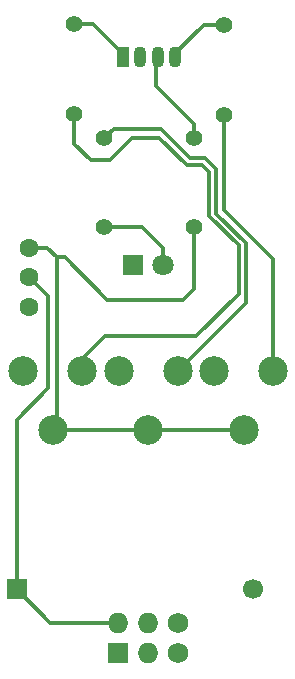
<source format=gtl>
G04 #@! TF.GenerationSoftware,KiCad,Pcbnew,(5.1.9)-1*
G04 #@! TF.CreationDate,2022-07-07T07:21:18-05:00*
G04 #@! TF.ProjectId,hom3c0ming_boutonniere,686f6d33-6330-46d6-996e-675f626f7574,3*
G04 #@! TF.SameCoordinates,Original*
G04 #@! TF.FileFunction,Copper,L1,Top*
G04 #@! TF.FilePolarity,Positive*
%FSLAX46Y46*%
G04 Gerber Fmt 4.6, Leading zero omitted, Abs format (unit mm)*
G04 Created by KiCad (PCBNEW (5.1.9)-1) date 2022-07-07 07:21:18*
%MOMM*%
%LPD*%
G01*
G04 APERTURE LIST*
G04 #@! TA.AperFunction,ComponentPad*
%ADD10R,1.070000X1.800000*%
G04 #@! TD*
G04 #@! TA.AperFunction,ComponentPad*
%ADD11O,1.070000X1.800000*%
G04 #@! TD*
G04 #@! TA.AperFunction,ComponentPad*
%ADD12R,1.700000X1.700000*%
G04 #@! TD*
G04 #@! TA.AperFunction,ComponentPad*
%ADD13C,1.700000*%
G04 #@! TD*
G04 #@! TA.AperFunction,ComponentPad*
%ADD14R,1.800000X1.800000*%
G04 #@! TD*
G04 #@! TA.AperFunction,ComponentPad*
%ADD15C,1.800000*%
G04 #@! TD*
G04 #@! TA.AperFunction,ComponentPad*
%ADD16C,2.500000*%
G04 #@! TD*
G04 #@! TA.AperFunction,ComponentPad*
%ADD17C,1.400000*%
G04 #@! TD*
G04 #@! TA.AperFunction,ComponentPad*
%ADD18C,1.600000*%
G04 #@! TD*
G04 #@! TA.AperFunction,ComponentPad*
%ADD19C,1.727200*%
G04 #@! TD*
G04 #@! TA.AperFunction,ComponentPad*
%ADD20O,1.727200X1.727200*%
G04 #@! TD*
G04 #@! TA.AperFunction,ComponentPad*
%ADD21R,1.727200X1.727200*%
G04 #@! TD*
G04 #@! TA.AperFunction,Conductor*
%ADD22C,0.300000*%
G04 #@! TD*
G04 APERTURE END LIST*
D10*
X121000240Y-57950100D03*
D11*
X122470240Y-57950100D03*
X123940240Y-57950100D03*
X125410240Y-57950100D03*
D12*
X112049260Y-103000000D03*
D13*
X132049260Y-103000000D03*
D14*
X121894600Y-75542140D03*
D15*
X124434600Y-75542140D03*
D16*
X115084220Y-89540000D03*
X112584220Y-84500000D03*
X117584220Y-84500000D03*
X131225920Y-89540000D03*
X128725920Y-84500000D03*
X133725920Y-84500000D03*
X123158880Y-89540000D03*
X120658880Y-84500000D03*
X125658880Y-84500000D03*
D17*
X116883180Y-55153560D03*
X116883180Y-62773560D03*
X129590800Y-62831980D03*
X129590800Y-55211980D03*
X127043180Y-64836040D03*
X119423180Y-64836040D03*
X127017780Y-72344280D03*
X119397780Y-72344280D03*
D18*
X113100000Y-76600000D03*
X113100000Y-74100000D03*
X113100000Y-79100000D03*
D19*
X125710000Y-105830000D03*
X125710000Y-108370000D03*
D20*
X123170000Y-105830000D03*
X123170000Y-108370000D03*
X120630000Y-105830000D03*
D21*
X120630000Y-108370000D03*
D22*
X113100000Y-76600000D02*
X114700000Y-78200000D01*
X114700000Y-78200000D02*
X114700000Y-86000000D01*
X112049260Y-88650740D02*
X112049260Y-103000000D01*
X114700000Y-86000000D02*
X112049260Y-88650740D01*
X114879260Y-105830000D02*
X112049260Y-103000000D01*
X120630000Y-105830000D02*
X114879260Y-105830000D01*
X127848360Y-55211980D02*
X125110240Y-57950100D01*
X129590800Y-55211980D02*
X127848360Y-55211980D01*
X127043180Y-64836040D02*
X127043180Y-63596520D01*
X123840240Y-60393580D02*
X123840240Y-57950100D01*
X127043180Y-63596520D02*
X123840240Y-60393580D01*
X118503700Y-55153560D02*
X121300240Y-57950100D01*
X116883180Y-55153560D02*
X118503700Y-55153560D01*
X119397780Y-72344280D02*
X122644280Y-72344280D01*
X124434600Y-74134600D02*
X124434600Y-75542140D01*
X122644280Y-72344280D02*
X124434600Y-74134600D01*
X116883180Y-65283180D02*
X116883180Y-62773560D01*
X117584220Y-84500000D02*
X117584220Y-83515780D01*
X117584220Y-83515780D02*
X119500000Y-81600000D01*
X119500000Y-81600000D02*
X127200000Y-81600000D01*
X130800000Y-78000000D02*
X130800000Y-73900000D01*
X124100000Y-64800000D02*
X121800000Y-64800000D01*
X127200000Y-81600000D02*
X130800000Y-78000000D01*
X130800000Y-73900000D02*
X128300000Y-71400000D01*
X121800000Y-64800000D02*
X119900000Y-66700000D01*
X128300000Y-71400000D02*
X128300000Y-67700000D01*
X118300000Y-66700000D02*
X116883180Y-65283180D01*
X128300000Y-67700000D02*
X127700000Y-67100000D01*
X127700000Y-67100000D02*
X126400000Y-67100000D01*
X126400000Y-67100000D02*
X124100000Y-64800000D01*
X119900000Y-66700000D02*
X118300000Y-66700000D01*
X129712720Y-62953900D02*
X129590800Y-62831980D01*
X133725920Y-84500000D02*
X133725920Y-75025920D01*
X129590800Y-70890800D02*
X129590800Y-62831980D01*
X133725920Y-75025920D02*
X129590800Y-70890800D01*
X124200000Y-64000000D02*
X120259220Y-64000000D01*
X128000000Y-66500000D02*
X126700000Y-66500000D01*
X128900000Y-67400000D02*
X128000000Y-66500000D01*
X128900000Y-71200000D02*
X128900000Y-67400000D01*
X120259220Y-64000000D02*
X119423180Y-64836040D01*
X131400000Y-73700000D02*
X128900000Y-71200000D01*
X131400000Y-78758880D02*
X131400000Y-73700000D01*
X126700000Y-66500000D02*
X124200000Y-64000000D01*
X125658880Y-84500000D02*
X131400000Y-78758880D01*
X113100000Y-74100000D02*
X114600000Y-74100000D01*
X114600000Y-74100000D02*
X115400000Y-74900000D01*
X115400000Y-89224220D02*
X115084220Y-89540000D01*
X115400000Y-74900000D02*
X115400000Y-89224220D01*
X115084220Y-89540000D02*
X123158880Y-89540000D01*
X123158880Y-89540000D02*
X131225920Y-89540000D01*
X115400000Y-74900000D02*
X116100000Y-74900000D01*
X116100000Y-74900000D02*
X119700000Y-78500000D01*
X119700000Y-78500000D02*
X126100000Y-78500000D01*
X127017780Y-77582220D02*
X127017780Y-72344280D01*
X126100000Y-78500000D02*
X127017780Y-77582220D01*
M02*

</source>
